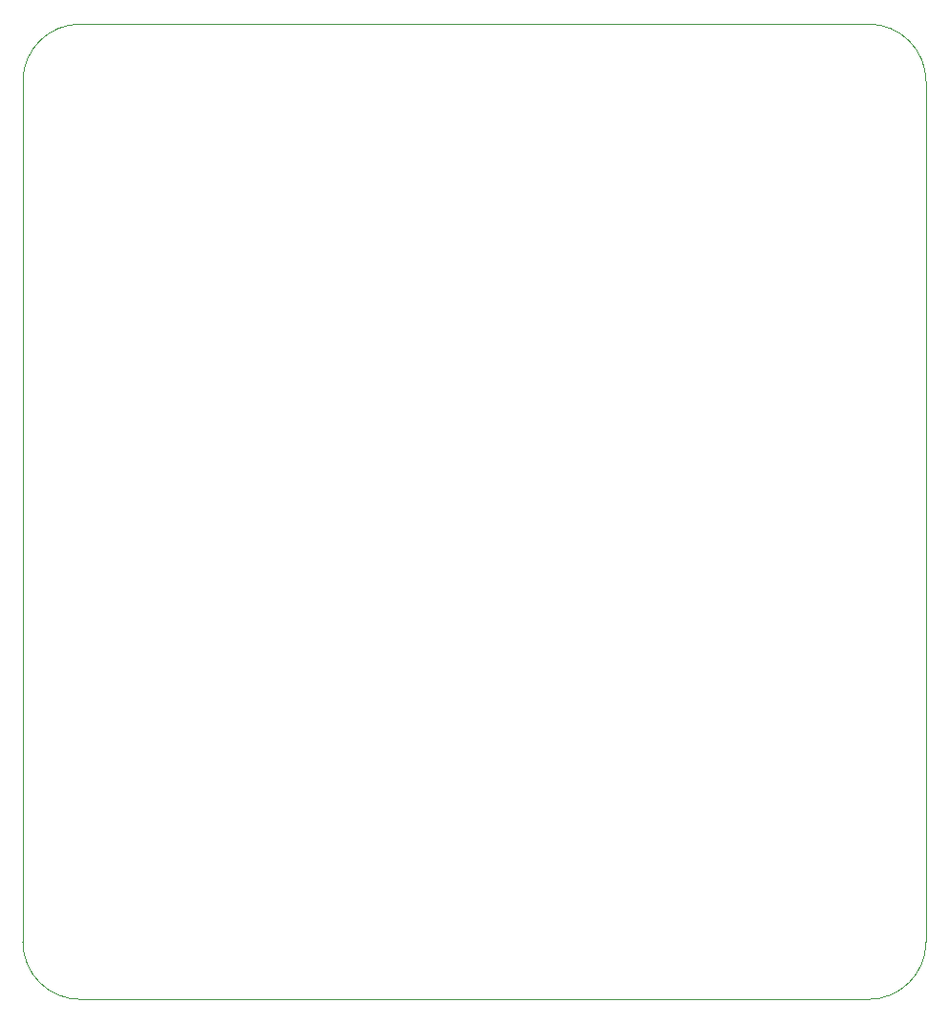
<source format=gbr>
%TF.GenerationSoftware,KiCad,Pcbnew,(5.1.9)-1*%
%TF.CreationDate,2021-02-17T21:12:08+00:00*%
%TF.ProjectId,switcherv0,73776974-6368-4657-9276-302e6b696361,rev?*%
%TF.SameCoordinates,Original*%
%TF.FileFunction,Profile,NP*%
%FSLAX46Y46*%
G04 Gerber Fmt 4.6, Leading zero omitted, Abs format (unit mm)*
G04 Created by KiCad (PCBNEW (5.1.9)-1) date 2021-02-17 21:12:08*
%MOMM*%
%LPD*%
G01*
G04 APERTURE LIST*
%TA.AperFunction,Profile*%
%ADD10C,0.050000*%
%TD*%
G04 APERTURE END LIST*
D10*
X106680000Y-59690000D02*
X106680000Y-135890000D01*
X181610000Y-140970000D02*
X111760000Y-140970000D01*
X111760000Y-140970000D02*
G75*
G02*
X106680000Y-135890000I0J5080000D01*
G01*
X186690000Y-135890000D02*
G75*
G02*
X181610000Y-140970000I-5080000J0D01*
G01*
X181610000Y-54610000D02*
X111760000Y-54610000D01*
X186690000Y-135890000D02*
X186690000Y-59690000D01*
X106680000Y-59690000D02*
G75*
G02*
X111760000Y-54610000I5080000J0D01*
G01*
X181610000Y-54610000D02*
G75*
G02*
X186690000Y-59690000I0J-5080000D01*
G01*
M02*

</source>
